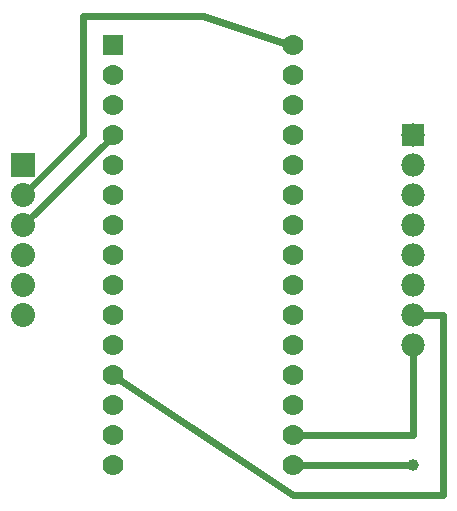
<source format=gbl>
G04 MADE WITH FRITZING*
G04 WWW.FRITZING.ORG*
G04 DOUBLE SIDED*
G04 HOLES PLATED*
G04 CONTOUR ON CENTER OF CONTOUR VECTOR*
%ASAXBY*%
%FSLAX23Y23*%
%MOIN*%
%OFA0B0*%
%SFA1.0B1.0*%
%ADD10C,0.080000*%
%ADD11C,0.078000*%
%ADD12C,0.039370*%
%ADD13C,0.070000*%
%ADD14R,0.080000X0.080000*%
%ADD15R,0.078000X0.078000*%
%ADD16R,0.069972X0.070000*%
%ADD17C,0.024000*%
%LNCOPPER0*%
G90*
G70*
G54D10*
X157Y1279D03*
X157Y1179D03*
X157Y1079D03*
X157Y979D03*
X157Y879D03*
X157Y779D03*
G54D11*
X1457Y1379D03*
X1457Y1279D03*
X1457Y1179D03*
X1457Y1079D03*
X1457Y979D03*
X1457Y879D03*
X1457Y779D03*
X1457Y679D03*
G54D12*
X1457Y279D03*
G54D13*
X457Y1679D03*
X457Y1579D03*
X457Y1479D03*
X457Y1379D03*
X457Y1279D03*
X457Y1179D03*
X457Y1079D03*
X457Y979D03*
X457Y879D03*
X457Y779D03*
X457Y679D03*
X457Y579D03*
X457Y479D03*
X457Y379D03*
X457Y279D03*
X1057Y1679D03*
X1057Y1579D03*
X1057Y1479D03*
X1057Y1379D03*
X1057Y1279D03*
X1057Y1179D03*
X1057Y1079D03*
X1057Y979D03*
X1057Y879D03*
X1057Y779D03*
X1057Y679D03*
X1057Y579D03*
X1057Y479D03*
X1057Y379D03*
X1057Y279D03*
G54D14*
X157Y1279D03*
G54D15*
X1457Y1379D03*
G54D16*
X457Y1679D03*
G54D17*
X1557Y780D02*
X1487Y779D01*
D02*
X1557Y179D02*
X1557Y780D01*
D02*
X1057Y179D02*
X1557Y179D01*
D02*
X481Y562D02*
X1057Y179D01*
D02*
X1458Y379D02*
X1086Y379D01*
D02*
X1457Y648D02*
X1458Y379D01*
D02*
X1438Y279D02*
X1086Y279D01*
D02*
X356Y1778D02*
X356Y1379D01*
D02*
X356Y1379D02*
X179Y1201D01*
D02*
X757Y1778D02*
X356Y1778D01*
D02*
X1029Y1688D02*
X757Y1778D01*
D02*
X436Y1358D02*
X179Y1101D01*
G04 End of Copper0*
M02*
</source>
